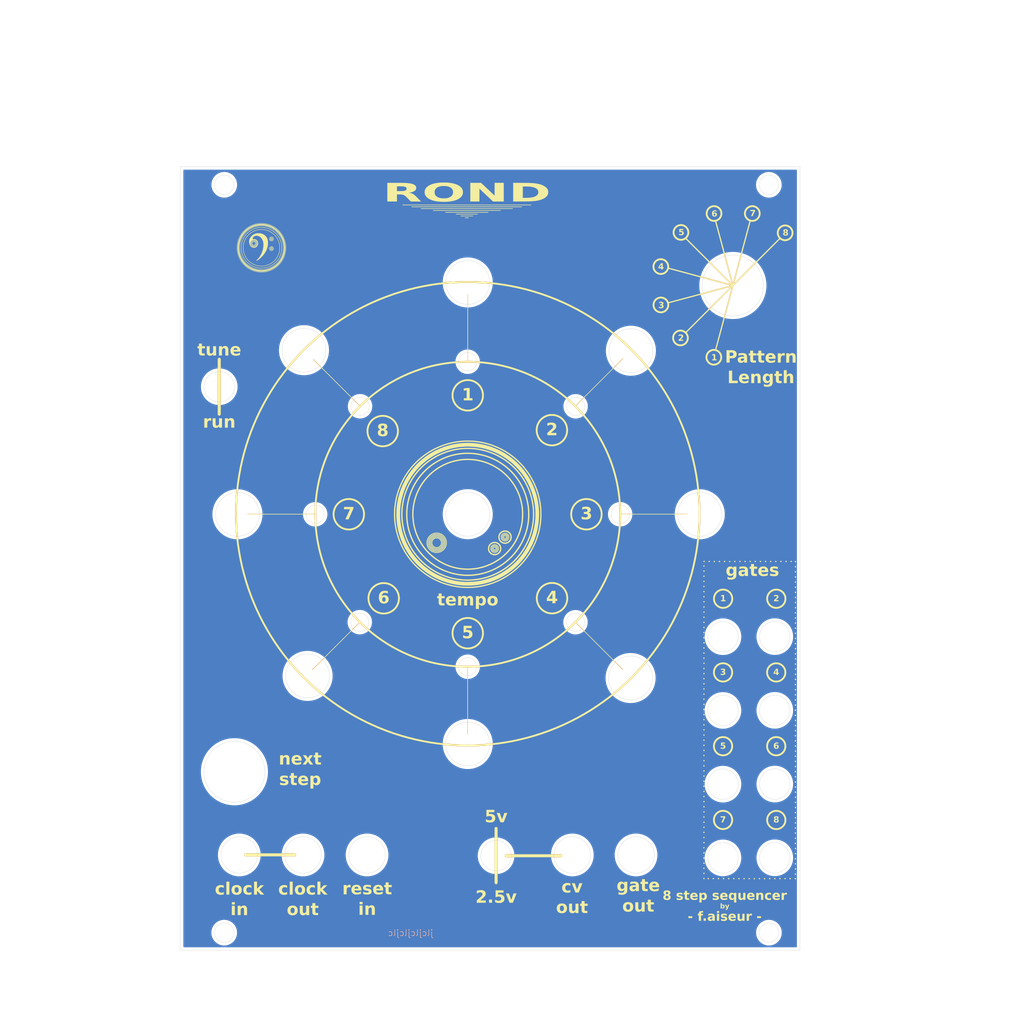
<source format=kicad_pcb>
(kicad_pcb (version 20240108) (generator "pcbnew") (generator_version "8.0")
  (layers (0 "F.Cu" signal) (31 "B.Cu" signal) (34 "B.Paste" user) (35 "F.Paste" user) (36 "B.SilkS" user "B.Silkscreen") (37 "F.SilkS" user "F.Silkscreen") (38 "B.Mask" user) (39 "F.Mask" user) (44 "Edge.Cuts" user))
  (net 0 "")
  (footprint "LOGOS:1cm LOGO kicad" (layer "F.Cu") (at 65 65)
    (property "Reference" "G***" (hide yes))
    (property "Value" "LOGO" (hide yes))
  )
  (footprint "LOGOS:3cm LOGO kicad" (layer "F.Cu") (at 98.797842 108.66018)
    (property "Reference" "G***" (hide yes))
    (property "Value" "LOGO" (hide yes))
  )
  (gr_circle (center 98.83 89.21) (end 101.33 89.21) (stroke (width 0.3)) (fill none) (layer "F.Cu"))
  (gr_circle (center 140.69 146.74) (end 142.19 146.74) (stroke (width 0.3)) (fill none) (layer "F.Cu"))
  (gr_circle (center 118.2875 108.71) (end 120.7875 108.71) (stroke (width 0.3)) (fill none) (layer "F.Cu"))
  (gr_line (start 131.674816 68.352991) (end 142.3 71.2) (stroke (width 0.2)) (layer "F.Cu"))
  (gr_line (start 98.425 60.1) (end 98.925 60.1) (stroke (width 0.1)) (layer "F.Cu"))
  (gr_line (start 88.175 58) (end 109.175 58) (stroke (width 0.1)) (layer "F.Cu"))
  (gr_circle (center 98.83 108.71) (end 123.83 108.71) (stroke (width 0.3)) (fill none) (layer "F.Cu"))
  (gr_line (start 97.675 59.8) (end 99.675 59.8) (stroke (width 0.1)) (layer "F.Cu"))
  (gr_circle (center 149.41 134.64) (end 150.91 134.64) (stroke (width 0.3)) (fill none) (layer "F.Cu"))
  (gr_circle (center 139.18 82.971652) (end 140.036767 82.114884) (stroke (width 0.3)) (fill none) (layer "F.Cu"))
  (gr_rect (start 137.56 116.45) (end 152.56 168.45) (stroke (width 0.2) (type dot)) (fill none) (layer "F.Cu"))
  (gr_circle (center 98.83 108.71) (end 108.83 108.71) (stroke (width 0.2) (type dot)) (fill none) (layer "F.Cu"))
  (gr_line (start 134.521825 63.421825) (end 142.3 71.2) (stroke (width 0.2)) (layer "F.Cu"))
  (gr_circle (center 98.83 128.21) (end 101.33 128.21) (stroke (width 0.3)) (fill none) (layer "F.Cu"))
  (gr_line (start 96.925 59.5) (end 100.425 59.5) (stroke (width 0.1)) (layer "F.Cu"))
  (gr_line (start 62.44 164.55) (end 70.44 164.55) (stroke (width 0.5)) (layer "F.Cu"))
  (gr_line (start 142.3 71.2) (end 131.674816 74.047009) (stroke (width 0.2)) (layer "F.Cu"))
  (gr_circle (center 79.33 108.71) (end 81.83 108.71) (stroke (width 0.3)) (fill none) (layer "F.Cu"))
  (gr_line (start 134.521825 78.978174) (end 150.078174 63.421825) (stroke (width 0.2)) (layer "F.Cu"))
  (gr_circle (center 98.83 108.62) (end 136.83 108.62) (stroke (width 0.3)) (fill none) (layer "F.Cu"))
  (gr_circle (center 140.69 134.64) (end 142.19 134.64) (stroke (width 0.3)) (fill none) (layer "F.Cu"))
  (gr_circle (center 145.48799 59.4) (end 146.699642 59.4) (stroke (width 0.3)) (fill none) (layer "F.Cu"))
  (gr_circle (center 84.89 95.07) (end 87.39 95.07) (stroke (width 0.3)) (fill none) (layer "F.Cu"))
  (gr_line (start 142.3 71.2) (end 139.452991 60.574816) (stroke (width 0.2)) (layer "F.Cu"))
  (gr_circle (center 112.65 122.47) (end 115.15 122.47) (stroke (width 0.3)) (fill none) (layer "F.Cu"))
  (gr_line (start 123.7575 108.7) (end 134.7825 108.7) (stroke (width 0.1)) (layer "F.Cu"))
  (gr_circle (center 140.69 158.83) (end 142.19 158.83) (stroke (width 0.3)) (fill none) (layer "F.Cu"))
  (gr_line (start 91.175 58.6) (end 106.175 58.6) (stroke (width 0.1)) (layer "F.Cu"))
  (gr_circle (center 149.41 146.74) (end 150.91 146.74) (stroke (width 0.3)) (fill none) (layer "F.Cu"))
  (gr_circle (center 140.7 122.56) (end 142.2 122.56) (stroke (width 0.3)) (fill none) (layer "F.Cu"))
  (gr_circle (center 133.788348 62.5) (end 135 62.5) (stroke (width 0.3)) (fill none) (layer "F.Cu"))
  (gr_circle (center 112.63 94.92) (end 115.13 94.92) (stroke (width 0.3)) (fill none) (layer "F.Cu"))
  (gr_line (start 95.175 59.2) (end 102.175 59.2) (stroke (width 0.1)) (layer "F.Cu"))
  (gr_circle (center 130.5 74.388348) (end 131.711652 74.388348) (stroke (width 0.3)) (fill none) (layer "F.Cu"))
  (gr_circle (center 150.87 62.567106) (end 152.081652 62.567106) (stroke (width 0.3)) (fill none) (layer "F.Cu"))
  (gr_line (start 139.45299 81.825184) (end 145.147009 60.574816) (stroke (width 0.2)) (layer "F.Cu"))
  (gr_line (start 98.83 72.71) (end 98.83 83.71) (stroke (width 0.1)) (layer "F.Cu"))
  (gr_line (start 105.164719 164.7) (end 114.065281 164.7) (stroke (width 0.5)) (layer "F.Cu"))
  (gr_circle (center 133.71 79.8) (end 134.921652 79.8) (stroke (width 0.3)) (fill none) (layer "F.Cu"))
  (gr_circle (center 149.42 158.835) (end 150.92 158.835) (stroke (width 0.3)) (fill none) (layer "F.Cu"))
  (gr_circle (center 139.21 59.4) (end 140.421652 59.4) (stroke (width 0.3)) (fill none) (layer "F.Cu"))
  (gr_line (start 103.48 169.12) (end 103.48 160.219438) (stroke (width 0.5)) (layer "F.Cu"))
  (gr_line (start 58.085717 92.295288) (end 58.085717 83.295288) (stroke (width 0.5)) (layer "F.Cu"))
  (gr_line (start 73.8175 108.7) (end 62.7425 108.7) (stroke (width 0.1)) (layer "F.Cu"))
  (gr_line (start 89.675 58.3) (end 107.675 58.3) (stroke (width 0.1)) (layer "F.Cu"))
  (gr_line (start 116.472074 90.977926) (end 124.267926 83.182074) (stroke (width 0.1)) (layer "F.Cu"))
  (gr_line (start 116.591623 126.521623) (end 124.228376 134.158376) (stroke (width 0.1)) (layer "F.Cu"))
  (gr_line (start 98.82 133.599999) (end 98.82 144.8) (stroke (width 0.1)) (layer "F.Cu"))
  (gr_circle (center 149.42 122.56) (end 150.92 122.56) (stroke (width 0.3)) (fill none) (layer "F.Cu"))
  (gr_line (start 93.175 58.9) (end 104.175 58.9) (stroke (width 0.1)) (layer "F.Cu"))
  (gr_circle (center 130.488348 68.1) (end 131.7 68.1) (stroke (width 0.3)) (fill none) (layer "F.Cu"))
  (gr_circle (center 85.05 122.49) (end 87.55 122.49) (stroke (width 0.3)) (fill none) (layer "F.Cu"))
  (gr_line (start 73.36 134.19) (end 81.155852 126.394148) (stroke (width 0.1)) (layer "F.Cu"))
  (gr_line (start 73.531623 83.341623) (end 81.168376 90.978376) (stroke (width 0.1)) (layer "F.Cu"))
  (gr_circle (center 139.18 82.971652) (end 140.036767 82.114884) (stroke (width 0.3)) (fill none) (layer "F.SilkS"))
  (gr_circle (center 98.83 108.62) (end 136.83 108.62) (stroke (width 0.3)) (fill none) (layer "F.SilkS"))
  (gr_circle (center 84.89 95.07) (end 87.39 95.07) (stroke (width 0.3)) (fill none) (layer "F.SilkS"))
  (gr_circle (center 130.5 74.388348) (end 131.356768 73.531581) (stroke (width 0.3)) (fill none) (layer "F.SilkS"))
  (gr_line (start 105.164719 164.7) (end 114.065281 164.7) (stroke (width 0.5)) (layer "F.SilkS"))
  (gr_line (start 93.175 58.9) (end 104.175 58.9) (stroke (width 0.1)) (layer "F.SilkS"))
  (gr_line (start 103.48 169.12) (end 103.48 160.219438) (stroke (width 0.5)) (layer "F.SilkS"))
  (gr_circle (center 149.42 158.835) (end 150.92 158.835) (stroke (width 0.3)) (fill none) (layer "F.SilkS"))
  (gr_rect (start 137.56 116.45) (end 152.56 168.45) (stroke (width 0.2) (type dot)) (fill none) (layer "F.SilkS"))
  (gr_line (start 142.3 71.2) (end 131.674816 74.047009) (stroke (width 0.2)) (layer "F.SilkS"))
  (gr_circle (center 139.21 59.4) (end 140.066767 58.543233) (stroke (width 0.3)) (fill none) (layer "F.SilkS"))
  (gr_line (start 97.675 59.8) (end 99.675 59.8) (stroke (width 0.1)) (layer "F.SilkS"))
  (gr_line (start 116.472074 90.977926) (end 124.267926 83.182074) (stroke (width 0.1)) (layer "F.SilkS"))
  (gr_line (start 58.085717 92.295288) (end 58.085717 83.295288) (stroke (width 0.5)) (layer "F.SilkS"))
  (gr_circle (center 149.41 134.64) (end 150.91 134.64) (stroke (width 0.3)) (fill none) (layer "F.SilkS"))
  (gr_circle (center 98.83 108.71) (end 123.83 108.71) (stroke (width 0.3)) (fill none) (layer "F.SilkS"))
  (gr_line (start 89.675 58.3) (end 107.675 58.3) (stroke (width 0.1)) (layer "F.SilkS"))
  (gr_line (start 134.521825 63.421825) (end 142.3 71.2) (stroke (width 0.2)) (layer "F.SilkS"))
  (gr_circle (center 140.69 158.83) (end 142.19 158.83) (stroke (width 0.3)) (fill none) (layer "F.SilkS"))
  (gr_circle (center 112.65 122.47) (end 115.15 122.47) (stroke (width 0.3)) (fill none) (layer "F.SilkS"))
  (gr_line (start 73.36 134.19) (end 81.155852 126.394148) (stroke (width 0.1)) (layer "F.SilkS"))
  (gr_circle (center 133.788348 62.5) (end 134.645115 61.643232) (stroke (width 0.3)) (fill none) (layer "F.SilkS"))
  (gr_circle (center 140.69 134.64) (end 142.19 134.64) (stroke (width 0.3)) (fill none) (layer "F.SilkS"))
  (gr_circle (center 149.42 122.56) (end 150.92 122.56) (stroke (width 0.3)) (fill none) (layer "F.SilkS"))
  (gr_circle (center 85.05 122.49) (end 87.55 122.49) (stroke (width 0.3)) (fill none) (layer "F.SilkS"))
  (gr_circle (center 98.83 128.21) (end 101.33 128.21) (stroke (width 0.3)) (fill none) (layer "F.SilkS"))
  (gr_circle (center 98.83 89.21) (end 101.33 89.21) (stroke (width 0.3)) (fill none) (layer "F.SilkS"))
  (gr_circle (center 133.71 79.8) (end 134.566767 78.943233) (stroke (width 0.3)) (fill none) (layer "F.SilkS"))
  (gr_circle (center 79.33 108.71) (end 81.83 108.71) (stroke (width 0.3)) (fill none) (layer "F.SilkS"))
  (gr_circle (center 150.87 62.567106) (end 151.726767 61.710339) (stroke (width 0.3)) (fill none) (layer "F.SilkS"))
  (gr_line (start 96.925 59.5) (end 100.425 59.5) (stroke (width 0.1)) (layer "F.SilkS"))
  (gr_line (start 131.674816 68.352991) (end 142.3 71.2) (stroke (width 0.2)) (layer "F.SilkS"))
  (gr_line (start 73.531623 83.341623) (end 81.168376 90.978376) (stroke (width 0.1)) (layer "F.SilkS"))
  (gr_circle (center 130.488348 68.1) (end 131.345115 67.243232) (stroke (width 0.3)) (fill none) (layer "F.SilkS"))
  (gr_circle (center 145.48799 59.4) (end 146.344758 58.543233) (stroke (width 0.3)) (fill none) (layer "F.SilkS"))
  (gr_circle (center 140.7 122.56) (end 142.2 122.56) (stroke (width 0.3)) (fill none) (layer "F.SilkS"))
  (gr_line (start 95.175 59.2) (end 102.175 59.2) (stroke (width 0.1)) (layer "F.SilkS"))
  (gr_line (start 142.3 71.2) (end 139.452991 60.574816) (stroke (width 0.2)) (layer "F.SilkS"))
  (gr_line (start 116.591623 126.521623) (end 124.228376 134.158376) (stroke (width 0.1)) (layer "F.SilkS"))
  (gr_line (start 88.175 58) (end 109.175 58) (stroke (width 0.1)) (layer "F.SilkS"))
  (gr_line (start 98.82 133.599999) (end 98.82 144.8) (stroke (width 0.1)) (layer "F.SilkS"))
  (gr_line (start 98.83 72.71) (end 98.83 83.71) (stroke (width 0.1)) (layer "F.SilkS"))
  (gr_line (start 62.437567 164.55) (end 70.437567 164.55) (stroke (width 0.5)) (layer "F.SilkS"))
  (gr_line (start 134.521825 78.978174) (end 150.078174 63.421825) (stroke (width 0.2)) (layer "F.SilkS"))
  (gr_circle (center 149.41 146.74) (end 150.91 146.74) (stroke (width 0.3)) (fill none) (layer "F.SilkS"))
  (gr_line (start 98.425 60.1) (end 98.925 60.1) (stroke (width 0.1)) (layer "F.SilkS"))
  (gr_line (start 139.45299 81.825184) (end 145.147009 60.574816) (stroke (width 0.2)) (layer "F.SilkS"))
  (gr_line (start 73.8175 108.7) (end 62.7425 108.7) (stroke (width 0.1)) (layer "F.SilkS"))
  (gr_circle (center 118.2875 108.71) (end 120.7875 108.71) (stroke (width 0.3)) (fill none) (layer "F.SilkS"))
  (gr_circle (center 140.69 146.74) (end 142.19 146.74) (stroke (width 0.3)) (fill none) (layer "F.SilkS"))
  (gr_circle (center 112.63 94.92) (end 115.13 94.92) (stroke (width 0.3)) (fill none) (layer "F.SilkS"))
  (gr_line (start 91.175 58.6) (end 106.175 58.6) (stroke (width 0.1)) (layer "F.SilkS"))
  (gr_line (start 123.7575 108.7) (end 134.7825 108.7) (stroke (width 0.1)) (layer "F.SilkS"))
  (gr_circle (center 61.07 108.71) (end 64.67 108.71) (stroke (width 0.05)) (fill none) (layer "Edge.Cuts"))
  (gr_rect (start 51.7 51.71) (end 153.3 180.21) (stroke (width 0.05)) (fill none) (layer "Edge.Cuts"))
  (gr_circle (center 98.83 108.7) (end 102.43 108.7) (stroke (width 0.05)) (fill none) (layer "Edge.Cuts"))
  (gr_circle (center 125.58 81.9) (end 129.18 81.9) (stroke (width 0.05)) (fill none) (layer "Edge.Cuts"))
  (gr_circle (center 58.91 54.69) (end 60.51 54.69) (stroke (width 0.05)) (fill none) (layer "Edge.Cuts"))
  (gr_circle (center 149.175 152.9467) (end 151.675 152.9467) (stroke (width 0.05)) (fill none) (layer "Edge.Cuts"))
  (gr_circle (center 81.17 91) (end 82.67 91) (stroke (width 0.05)) (fill none) (layer "Edge.Cuts"))
  (gr_circle (center 73.82 108.72) (end 75.32 108.72) (stroke (width 0.05)) (fill none) (layer "Edge.Cuts"))
  (gr_circle (center 149.175 165.035) (end 151.675 165.035) (stroke (width 0.05)) (fill none) (layer "Edge.Cuts"))
  (gr_circle (center 98.82 83.7) (end 100.32 83.7) (stroke (width 0.05)) (fill none) (layer "Edge.Cuts"))
  (gr_circle (center 148.2 54.69) (end 149.8 54.69) (stroke (width 0.05)) (fill none) (layer "Edge.Cuts"))
  (gr_circle (center 136.87 108.71) (end 140.47 108.71) (stroke (width 0.05)) (fill none) (layer "Edge.Cuts"))
  (gr_circle (center 115.975 164.57) (end 118.975 164.57) (stroke (width 0.05)) (fill none) (layer "Edge.Cuts"))
  (gr_circle (center 140.675 165.05) (end 143.175 165.05) (stroke (width 0.05)) (fill none) (layer "Edge.Cuts"))
  (gr_circle (center 103.475 164.695) (end 105.975 164.695) (stroke (width 0.05)) (fill none) (layer "Edge.Cuts"))
  (gr_circle (center 149.175 128.77) (end 151.675 128.77) (stroke (width 0.05)) (fill none) (layer "Edge.Cuts"))
  (gr_circle (center 140.675 152.9617) (end 143.175 152.9617) (stroke (width 0.05)) (fill none) (layer "Edge.Cuts"))
  (gr_circle (center 58.9 177.31) (end 60.5 177.31) (stroke (width 0.05)) (fill none) (layer "Edge.Cuts"))
  (gr_circle (center 71.98 81.81) (end 75.58 81.81) (stroke (width 0.05)) (fill none) (layer "Edge.Cuts"))
  (gr_circle (center 98.83 146.38) (end 102.43 146.38) (stroke (width 0.05)) (fill none) (layer "Edge.Cuts"))
  (gr_circle (center 148.21 177.31) (end 149.81 177.31) (stroke (width 0.05)) (fill none) (layer "Edge.Cuts"))
  (gr_circle (center 123.82 108.71) (end 125.32 108.71) (stroke (width 0.05)) (fill none) (layer "Edge.Cuts"))
  (gr_circle (center 81.13 126.4) (end 82.63 126.4) (stroke (width 0.05)) (fill none) (layer "Edge.Cuts"))
  (gr_circle (center 125.53 135.56) (end 129.13 135.56) (stroke (width 0.05)) (fill none) (layer "Edge.Cuts"))
  (gr_circle (center 140.675 128.785) (end 143.175 128.785) (stroke (width 0.05)) (fill none) (layer "Edge.Cuts"))
  (gr_circle (center 116.5 126.41) (end 118 126.41) (stroke (width 0.05)) (fill none) (layer "Edge.Cuts"))
  (gr_circle (center 72.57 135.21) (end 76.17 135.21) (stroke (width 0.05)) (fill none) (layer "Edge.Cuts"))
  (gr_circle (center 140.675 140.8733) (end 143.175 140.8733) (stroke (width 0.05)) (fill none) (layer "Edge.Cuts"))
  (gr_circle (center 98.82 133.71) (end 100.32 133.71) (stroke (width 0.05)) (fill none) (layer "Edge.Cuts"))
  (gr_circle (center 126.425 164.57) (end 129.425 164.57) (stroke (width 0.05)) (fill none) (layer "Edge.Cuts"))
  (gr_circle (center 61.375 164.57) (end 64.375 164.57) (stroke (width 0.05)) (fill none) (layer "Edge.Cuts"))
  (gr_circle (center 60.575 150.925) (end 65.575 150.925) (stroke (width 0.05)) (fill none) (layer "Edge.Cuts"))
  (gr_circle (center 82.325 164.57) (end 85.325 164.57) (stroke (width 0.05)) (fill none) (layer "Edge.Cuts"))
  (gr_circle (center 116.52 91.01) (end 118.02 91.01) (stroke (width 0.05)) (fill none) (layer "Edge.Cuts"))
  (gr_circle (center 142.3 71.2) (end 147.3 71.2) (stroke (width 0.05)) (fill none) (layer "Edge.Cuts"))
  (gr_circle (center 149.175 140.8583) (end 151.675 140.8583) (stroke (width 0.05)) (fill none) (layer "Edge.Cuts"))
  (gr_circle (center 71.825 164.57) (end 74.825 164.57) (stroke (width 0.05)) (fill none) (layer "Edge.Cuts"))
  (gr_circle (center 58.085717 87.795288) (end 60.585717 87.795288) (stroke (width 0.05)) (fill none) (layer "Edge.Cuts"))
  (gr_circle (center 98.83 70.7) (end 102.43 70.7) (stroke (width 0.05)) (fill none) (layer "Edge.Cuts"))
  (gr_text "run" (at 58.085717 93.680288 0) (layer "F.Cu") (effects (font (size 2 2) (thickness 0.2) (bold yes))))
  (gr_text "cv\nout" (at 115.93 174.43 0) (layer "F.Cu") (effects (font (size 2 2) (thickness 0.2) (bold yes)) (justify bottom)))
  (gr_text "Pattern\nLength" (at 146.9 84.7 0) (layer "F.Cu") (effects (font (size 2 2) (thickness 0.2) (bold yes))))
  (gr_text "4" (at 149.41 134.64 0) (layer "F.Cu") (effects (font (size 1 1) (thickness 0.125))))
  (gr_text "1" (at 98.83 89.21 0) (layer "F.Cu") (effects (font (size 2 2) (thickness 0.2) (bold yes))))
  (gr_text "4" (at 130.036696 68.743684 0) (layer "F.Cu") (effects (font (size 1 1) (thickness 0.2) (bold yes)) (justify left bottom)))
  (gr_text "8" (at 150.458349 63.18 0) (layer "F.Cu") (effects (font (size 1 1) (thickness 0.2) (bold yes)) (justify left bottom)))
  (gr_text "2" (at 133.3 80.437825 0) (layer "F.Cu") (effects (font (size 1 1) (thickness 0.2) (bold yes)) (justify left bottom)))
  (gr_text "7" (at 145.072289 60 0) (layer "F.Cu") (effects (font (size 1 1) (thickness 0.2) (bold yes)) (justify left bottom)))
  (gr_text "5" (at 140.69 146.74 0) (layer "F.Cu") (effects (font (size 1 1) (thickness 0.125))))
  (gr_text "8 step sequencer\n" (at 140.96 172.19 0) (layer "F.Cu") (effects (font (size 1.5 1.5) (thickness 0.2) (bold yes)) (justify bottom)))
  (gr_text "5" (at 98.83 128.21 0) (layer "F.Cu") (effects (font (size 2 2) (thickness 0.2) (bold yes))))
  (gr_text "5" (at 133.376696 63.119476 0) (layer "F.Cu") (effects (font (size 1 1) (thickness 0.2) (bold yes)) (justify left bottom)))
  (gr_text "7" (at 79.33 108.71 0) (layer "F.Cu") (effects (font (size 2 2) (thickness 0.2) (bold yes))))
  (gr_text "3" (at 118.2975 108.71 0) (layer "F.Cu") (effects (font (size 2 2) (thickness 0.2) (bold yes))))
  (gr_text "6" (at 85.05 122.49 0) (layer "F.Cu") (effects (font (size 2 2) (thickness 0.2) (bold yes))))
  (gr_text "3" (at 140.69 134.64 0) (layer "F.Cu") (effects (font (size 1 1) (thickness 0.125))))
  (gr_text "clock\nin" (at 61.39 174.77 0) (layer "F.Cu") (effects (font (size 2 2) (thickness 0.2) (bold yes)) (justify bottom)))
  (gr_text "gate\nout" (at 126.787152 174.2 0) (layer "F.Cu") (effects (font (size 2 2) (thickness 0.2) (bold yes)) (justify bottom)))
  (gr_text "8" (at 84.89 95.07 0) (layer "F.Cu") (effects (font (size 2 2) (thickness 0.2) (bold yes))))
  (gr_text "1" (at 138.75486 83.644941 0) (layer "F.Cu") (effects (font (size 1 1) (thickness 0.2) (bold yes)) (justify left bottom)))
  (gr_text "4" (at 112.65 122.47 0) (layer "F.Cu") (effects (font (size 2 2) (thickness 0.2) (bold yes))))
  (gr_text "2" (at 149.42 122.56 0) (layer "F.Cu") (effects (font (size 1 1) (thickness 0.125))))
  (gr_text "6" (at 138.79 60.068115 0) (layer "F.Cu") (effects (font (size 1 1) (thickness 0.2) (bold yes)) (justify left bottom)))
  (gr_text "- f.aiseur -" (at 140.96 175.62 0) (layer "F.Cu") (effects (font (size 1.5 1.5) (thickness 0.2) (bold yes)) (justify bottom)))
  (gr_text "5v" (at 103.48 158.38 0) (layer "F.Cu") (effects (font (size 2 2) (thickness 0.2) (bold yes))))
  (gr_text "tune" (at 58.085717 81.855288 0) (layer "F.Cu") (effects (font (size 2 2) (thickness 0.2) (bold yes))))
  (gr_text "ROND" (at 98.675 57.94 0) (layer "F.Cu") (effects (font (size 3 6) (thickness 0.2) (bold yes)) (justify bottom)))
  (gr_text "1" (at 140.7 122.56 0) (layer "F.Cu") (effects (font (size 1 1) (thickness 0.125))))
  (gr_text "7" (at 140.69 158.83 0) (layer "F.Cu") (effects (font (size 1 1) (thickness 0.125))))
  (gr_text "8" (at 149.42 158.835 0) (layer "F.Cu") (effects (font (size 1 1) (thickness 0.125))))
  (gr_text "by" (at 140.96 173.47 0) (layer "F.Cu") (effects (font (size 0.8 0.8) (thickness 0.15) (bold yes)) (justify bottom)))
  (gr_text "3" (at 130.077182 75.077824 0) (layer "F.Cu") (effects (font (size 1 1) (thickness 0.2) (bold yes)) (justify left bottom)))
  (gr_text "6" (at 149.41 146.74 0) (layer "F.Cu") (effects (font (size 1 1) (thickness 0.125))))
  (gr_text "2.5v" (at 103.48 171.58 0) (layer "F.Cu") (effects (font (size 2 2) (thickness 0.2) (bold yes))))
  (gr_text "gates" (at 141.11 119.17 0) (layer "F.Cu") (effects (font (size 2 2) (thickness 0.2) (bold yes)) (justify left bottom)))
  (gr_text "tempo" (at 98.82 124 0) (layer "F.Cu") (effects (font (size 2 2) (thickness 0.2) (bold yes)) (justify bottom)))
  (gr_text "clock\nout" (at 71.78 174.77 0) (layer "F.Cu") (effects (font (size 2 2) (thickness 0.2) (bold yes)) (justify bottom)))
  (gr_text "2" (at 112.63 94.92 0) (layer "F.Cu") (effects (font (size 2 2) (thickness 0.2) (bold yes))))
  (gr_text "reset\nin" (at 82.34 174.727051 0) (layer "F.Cu") (effects (font (size 2 2) (thickness 0.2) (bold yes)) (justify bottom)))
  (gr_text "next\nstep" (at 71.35 153.45 0) (layer "F.Cu") (effects (font (size 2 2) (thickness 0.2) (bold yes)) (justify bottom)))
  (gr_text "jlcjlcjlcjlc" (at 93.219719 177.94 0) (layer "B.SilkS") (effects (font (size 1 1) (thickness 0.1)) (justify left bottom mirror)))
  (gr_text "4" (at 149.41 134.64 0) (layer "F.SilkS") (effects (font (size 1 1) (thickness 0.125))))
  (gr_text "clock\nout" (at 71.78 174.77 0) (layer "F.SilkS") (effects (font (size 2 2) (thickness 0.2) (bold yes)) (justify bottom)))
  (gr_text "1" (at 140.7 122.56 0) (layer "F.SilkS") (effects (font (size 1 1) (thickness 0.125))))
  (gr_text "8" (at 149.42 158.835 0) (layer "F.SilkS") (effects (font (size 1 1) (thickness 0.125))))
  (gr_text "ROND" (at 98.675 57.94 0) (layer "F.SilkS") (effects (font (size 3 6) (thickness 0.2) (bold yes)) (justify bottom)))
  (gr_text "2" (at 149.42 122.56 0) (layer "F.SilkS") (effects (font (size 1 1) (thickness 0.125))))
  (gr_text "6" (at 138.79 60.068115 0) (layer "F.SilkS") (effects (font (size 1 1) (thickness 0.2) (bold yes)) (justify left bottom)))
  (gr_text "5" (at 133.376696 63.119476 0) (layer "F.SilkS") (effects (font (size 1 1) (thickness 0.2) (bold yes)) (justify left bottom)))
  (gr_text "3" (at 118.2975 108.71 0) (layer "F.SilkS") (effects (font (size 2 2) (thickness 0.2) (bold yes))))
  (gr_text "7" (at 140.69 158.83 0) (layer "F.SilkS") (effects (font (size 1 1) (thickness 0.125))))
  (gr_text "by" (at 140.96 173.47 0) (layer "F.SilkS") (effects (font (size 0.8 0.8) (thickness 0.15) (bold yes)) (justify bottom)))
  (gr_text "5" (at 98.83 128.21 0) (layer "F.SilkS") (effects (font (size 2 2) (thickness 0.2) (bold yes))))
  (gr_text "2" (at 133.3 80.437825 0) (layer "F.SilkS") (effects (font (size 1 1) (thickness 0.2) (bold yes)) (justify left bottom)))
  (gr_text "gate\nout" (at 126.787152 174.2 0) (layer "F.SilkS") (effects (font (size 2 2) (thickness 0.2) (bold yes)) (justify bottom)))
  (gr_text "5" (at 140.69 146.74 0) (layer "F.SilkS") (effects (font (size 1 1) (thickness 0.125))))
  (gr_text "6" (at 149.41 146.74 0) (layer "F.SilkS") (effects (font (size 1 1) (thickness 0.125))))
  (gr_text "4" (at 130.036696 68.743684 0) (layer "F.SilkS") (effects (font (size 1 1) (thickness 0.2) (bold yes)) (justify left bottom)))
  (gr_text "gates" (at 141.11 119.17 0) (layer "F.SilkS") (effects (font (size 2 2) (thickness 0.2) (bold yes)) (justify left bottom)))
  (gr_text "8" (at 150.458349 63.18 0) (layer "F.SilkS") (effects (font (size 1 1) (thickness 0.2) (bold yes)) (justify left bottom)))
  (gr_text "1" (at 98.83 89.21 0) (layer "F.SilkS") (effects (font (size 2 2) (thickness 0.2) (bold yes))))
  (gr_text "next\nstep" (at 71.35 153.45 0) (layer "F.SilkS") (effects (font (size 2 2) (thickness 0.2) (bold yes)) (justify bottom)))
  (gr_text "1" (at 138.75486 83.644941 0) (layer "F.SilkS") (effects (font (size 1 1) (thickness 0.2) (bold yes)) (justify left bottom)))
  (gr_text "6" (at 85.05 122.49 0) (layer "F.SilkS") (effects (font (size 2 2) (thickness 0.2) (bold yes))))
  (gr_text "clock\nin" (at 61.39 174.77 0) (layer "F.SilkS") (effects (font (size 2 2) (thickness 0.2) (bold yes)) (justify bottom)))
  (gr_text "Pattern\nLength" (at 146.9 84.7 0) (layer "F.SilkS") (effects (font (size 2 2) (thickness 0.2) (bold yes))))
  (gr_text "2.5v" (at 103.48 171.58 0) (layer "F.SilkS") (effects (font (size 2 2) (thickness 0.2) (bold yes))))
  (gr_text "tune" (at 58.085717 81.855288 0) (layer "F.SilkS") (effects (font (size 2 2) (thickness 0.2) (bold yes))))
  (gr_text "4" (at 112.65 122.47 0) (layer "F.SilkS") (effects (font (size 2 2) (thickness 0.2) (bold yes))))
  (gr_text "run" (at 58.085717 93.680288 0) (layer "F.SilkS") (effects (font (size 2 2) (thickness 0.2) (bold yes))))
  (gr_text "cv\nout" (at 115.93 174.43 0) (layer "F.SilkS") (effects (font (size 2 2) (thickness 0.2) (bold yes)) (justify bottom)))
  (gr_text "2" (at 112.63 94.92 0) (layer "F.SilkS") (effects (font (size 2 2) (thickness 0.2) (bold yes))))
  (gr_text "3" (at 130.077182 75.077824 0) (layer "F.SilkS") (effects (font (size 1 1) (thickness 0.2) (bold yes)) (justify left bottom)))
  (gr_text "8" (at 84.89 95.07 0) (layer "F.SilkS") (effects (font (size 2 2) (thickness 0.2) (bold yes))))
  (gr_text "8 step sequencer\n" (at 140.96 172.19 0) (layer "F.SilkS") (effects (font (size 1.5 1.5) (thickness 0.2) (bold yes)) (justify bottom)))
  (gr_text "tempo" (at 98.82 124 0) (layer "F.SilkS") (effects (font (size 2 2) (thickness 0.2) (bold yes)) (justify bottom)))
  (gr_text "- f.aiseur -" (at 140.96 175.62 0) (layer "F.SilkS") (effects (font (size 1.5 1.5) (thickness 0.2) (bold yes)) (justify bottom)))
  (gr_text "7" (at 79.33 108.71 0) (layer "F.SilkS") (effects (font (size 2 2) (thickness 0.2) (bold yes))))
  (gr_text "reset\nin" (at 82.34 174.727051 0) (layer "F.SilkS") (effects (font (size 2 2) (thickness 0.2) (bold yes)) (justify bottom)))
  (gr_text "5v" (at 103.48 158.38 0) (layer "F.SilkS") (effects (font (size 2 2) (thickness 0.2) (bold yes))))
  (gr_text "3" (at 140.69 134.64 0) (layer "F.SilkS") (effects (font (size 1 1) (thickness 0.125))))
  (gr_text "7" (at 145.072289 60 0) (layer "F.SilkS") (effects (font (size 1 1) (thickness 0.2) (bold yes)) (justify left bottom)))
  (zone (net 0) (net_name "") (layer "B.Cu") (connect_pads (clearance 0.5)) (min_thickness 0.25) (fill yes (thermal_gap 0.5) (thermal_bridge_width 0.5) (island_removal_mode 1) (island_area_min 10))
    (polygon (pts (xy 50.025 48.96) (xy 155.025 48.96) (xy 155.025 183.96) (xy 50.025 183.96)))
  )
)
</source>
